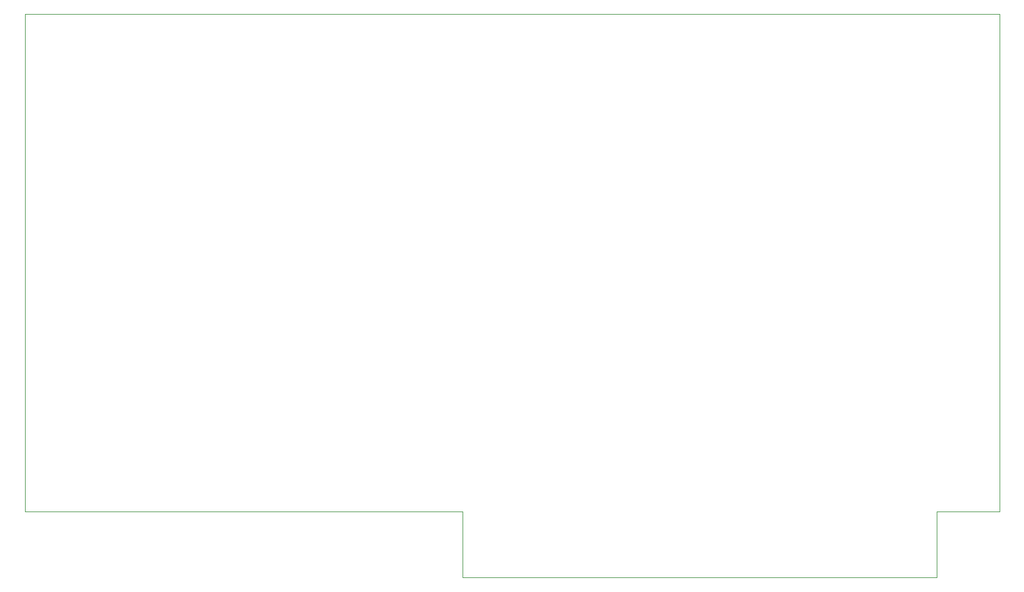
<source format=gbr>
%TF.GenerationSoftware,KiCad,Pcbnew,7.0.6+dfsg-1*%
%TF.CreationDate,2023-08-04T14:19:36+01:00*%
%TF.ProjectId,Apple2Card,4170706c-6532-4436-9172-642e6b696361,rev?*%
%TF.SameCoordinates,Original*%
%TF.FileFunction,Profile,NP*%
%FSLAX46Y46*%
G04 Gerber Fmt 4.6, Leading zero omitted, Abs format (unit mm)*
G04 Created by KiCad (PCBNEW 7.0.6+dfsg-1) date 2023-08-04 14:19:36*
%MOMM*%
%LPD*%
G01*
G04 APERTURE LIST*
%TA.AperFunction,Profile*%
%ADD10C,0.100000*%
%TD*%
G04 APERTURE END LIST*
D10*
X184277000Y-94488000D02*
X193040000Y-94488000D01*
X118491000Y-103632000D02*
X184277000Y-103632000D01*
X57785000Y-94488000D02*
X118491000Y-94488000D01*
X118491000Y-94488000D02*
X118491000Y-103632000D01*
X193040000Y-25400000D02*
X57785000Y-25400000D01*
X57785000Y-25400000D02*
X57785000Y-94488000D01*
X184277000Y-103632000D02*
X184277000Y-94488000D01*
X193040000Y-94488000D02*
X193040000Y-25400000D01*
M02*

</source>
